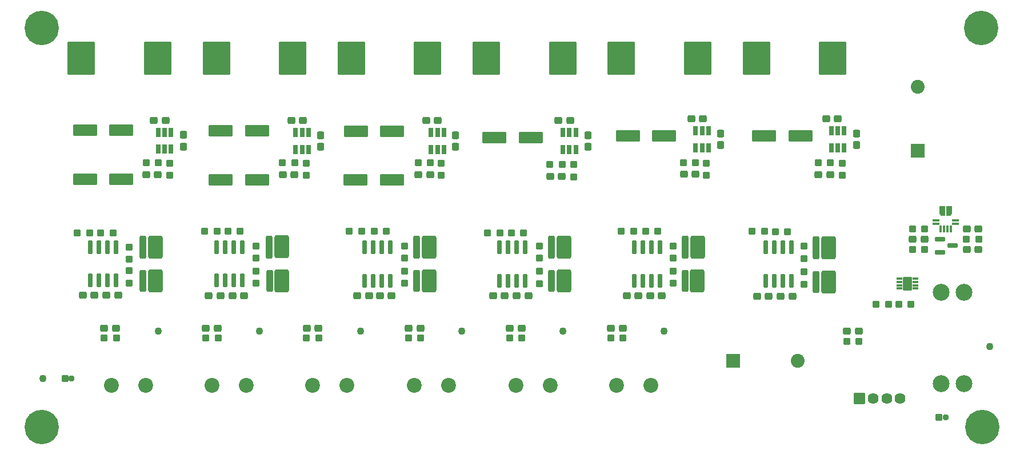
<source format=gbr>
%TF.GenerationSoftware,KiCad,Pcbnew,8.0.6*%
%TF.CreationDate,2025-03-19T11:29:43+02:00*%
%TF.ProjectId,UPD_PCB,5550445f-5043-4422-9e6b-696361645f70,1.1*%
%TF.SameCoordinates,Original*%
%TF.FileFunction,Soldermask,Top*%
%TF.FilePolarity,Negative*%
%FSLAX46Y46*%
G04 Gerber Fmt 4.6, Leading zero omitted, Abs format (unit mm)*
G04 Created by KiCad (PCBNEW 8.0.6) date 2025-03-19 11:29:43*
%MOMM*%
%LPD*%
G01*
G04 APERTURE LIST*
G04 Aperture macros list*
%AMRoundRect*
0 Rectangle with rounded corners*
0 $1 Rounding radius*
0 $2 $3 $4 $5 $6 $7 $8 $9 X,Y pos of 4 corners*
0 Add a 4 corners polygon primitive as box body*
4,1,4,$2,$3,$4,$5,$6,$7,$8,$9,$2,$3,0*
0 Add four circle primitives for the rounded corners*
1,1,$1+$1,$2,$3*
1,1,$1+$1,$4,$5*
1,1,$1+$1,$6,$7*
1,1,$1+$1,$8,$9*
0 Add four rect primitives between the rounded corners*
20,1,$1+$1,$2,$3,$4,$5,0*
20,1,$1+$1,$4,$5,$6,$7,0*
20,1,$1+$1,$6,$7,$8,$9,0*
20,1,$1+$1,$8,$9,$2,$3,0*%
G04 Aperture macros list end*
%ADD10RoundRect,0.262500X-0.275000X-0.262500X0.275000X-0.262500X0.275000X0.262500X-0.275000X0.262500X0*%
%ADD11RoundRect,0.050000X0.400000X-0.150000X0.400000X0.150000X-0.400000X0.150000X-0.400000X-0.150000X0*%
%ADD12RoundRect,0.050000X-0.600000X-0.950000X0.600000X-0.950000X0.600000X0.950000X-0.600000X0.950000X0*%
%ADD13C,2.200000*%
%ADD14RoundRect,0.262500X0.262500X-0.325000X0.262500X0.325000X-0.262500X0.325000X-0.262500X-0.325000X0*%
%ADD15RoundRect,0.262500X-0.262500X0.275000X-0.262500X-0.275000X0.262500X-0.275000X0.262500X0.275000X0*%
%ADD16RoundRect,0.265625X1.534375X0.584375X-1.534375X0.584375X-1.534375X-0.584375X1.534375X-0.584375X0*%
%ADD17RoundRect,0.175000X-0.175000X0.850000X-0.175000X-0.850000X0.175000X-0.850000X0.175000X0.850000X0*%
%ADD18RoundRect,0.050000X0.300000X0.625000X-0.300000X0.625000X-0.300000X-0.625000X0.300000X-0.625000X0*%
%ADD19RoundRect,0.262500X-0.312500X-0.262500X0.312500X-0.262500X0.312500X0.262500X-0.312500X0.262500X0*%
%ADD20C,3.000000*%
%ADD21C,5.100000*%
%ADD22RoundRect,0.262500X0.325000X0.262500X-0.325000X0.262500X-0.325000X-0.262500X0.325000X-0.262500X0*%
%ADD23C,1.100000*%
%ADD24C,2.050000*%
%ADD25RoundRect,0.050000X0.975000X-0.975000X0.975000X0.975000X-0.975000X0.975000X-0.975000X-0.975000X0*%
%ADD26RoundRect,0.050000X0.425000X-0.425000X0.425000X0.425000X-0.425000X0.425000X-0.425000X-0.425000X0*%
%ADD27O,0.950000X0.950000*%
%ADD28RoundRect,0.262500X-0.325000X-0.262500X0.325000X-0.262500X0.325000X0.262500X-0.325000X0.262500X0*%
%ADD29RoundRect,0.050000X-0.400000X0.535000X-0.400000X-0.535000X0.400000X-0.535000X0.400000X0.535000X0*%
%ADD30RoundRect,0.050000X-0.199970X0.000000X0.000000X-0.199970X0.199970X0.000000X0.000000X0.199970X0*%
%ADD31RoundRect,0.050000X-0.300000X0.100000X-0.300000X-0.100000X0.300000X-0.100000X0.300000X0.100000X0*%
%ADD32RoundRect,0.050000X-0.425000X0.150000X-0.425000X-0.150000X0.425000X-0.150000X0.425000X0.150000X0*%
%ADD33RoundRect,0.050000X-0.150000X0.425000X-0.150000X-0.425000X0.150000X-0.425000X0.150000X0.425000X0*%
%ADD34RoundRect,0.262500X0.275000X0.262500X-0.275000X0.262500X-0.275000X-0.262500X0.275000X-0.262500X0*%
%ADD35RoundRect,0.050000X-0.975000X-0.975000X0.975000X-0.975000X0.975000X0.975000X-0.975000X0.975000X0*%
%ADD36RoundRect,0.255600X-0.809400X1.444400X-0.809400X-1.444400X0.809400X-1.444400X0.809400X1.444400X0*%
%ADD37RoundRect,0.237500X-0.237500X1.477500X-0.237500X-1.477500X0.237500X-1.477500X0.237500X1.477500X0*%
%ADD38RoundRect,0.235000X-0.235000X1.390000X-0.235000X-1.390000X0.235000X-1.390000X0.235000X1.390000X0*%
%ADD39RoundRect,0.050000X1.950000X2.375000X-1.950000X2.375000X-1.950000X-2.375000X1.950000X-2.375000X0*%
%ADD40RoundRect,0.050000X0.762000X-0.762000X0.762000X0.762000X-0.762000X0.762000X-0.762000X-0.762000X0*%
%ADD41C,1.624000*%
%ADD42RoundRect,0.175000X-0.612500X-0.175000X0.612500X-0.175000X0.612500X0.175000X-0.612500X0.175000X0*%
%ADD43C,2.500000*%
G04 APERTURE END LIST*
D10*
%TO.C,R51*%
X142023642Y-99020822D03*
X143848642Y-99020822D03*
%TD*%
D11*
%TO.C,IC1*%
X229875000Y-90174999D03*
X229875000Y-90674999D03*
X229875000Y-91174999D03*
X229875000Y-91674999D03*
X232275000Y-91674999D03*
X232275000Y-91174999D03*
X232275000Y-90674999D03*
X232275000Y-90174999D03*
D12*
X231075000Y-90924999D03*
%TD*%
D13*
%TO.C,J6*%
X128050000Y-106019999D03*
X133130000Y-106019999D03*
%TD*%
D10*
%TO.C,R42*%
X111575000Y-83400000D03*
X113400000Y-83400000D03*
%TD*%
D13*
%TO.C,J5*%
X158050000Y-106020000D03*
X163130000Y-106020000D03*
%TD*%
D14*
%TO.C,C11*%
X164150000Y-70662501D03*
X164150000Y-68937499D03*
%TD*%
D15*
%TO.C,R30*%
X156560000Y-85332499D03*
X156560000Y-87157499D03*
%TD*%
%TO.C,R31*%
X156560000Y-89082500D03*
X156560000Y-90907500D03*
%TD*%
D10*
%TO.C,R46*%
X222087500Y-99500000D03*
X223912500Y-99500000D03*
%TD*%
D16*
%TO.C,C25*%
X175250000Y-69269999D03*
X169850000Y-69269999D03*
%TD*%
D10*
%TO.C,R54*%
X229799999Y-93999999D03*
X231624999Y-93999999D03*
%TD*%
D17*
%TO.C,U3*%
X132550000Y-85520000D03*
X131280000Y-85520000D03*
X130010000Y-85520000D03*
X128740000Y-85520000D03*
X128740000Y-90470000D03*
X130010000Y-90470000D03*
X131280000Y-90470000D03*
X132550000Y-90470000D03*
%TD*%
D18*
%TO.C,Q2*%
X140450000Y-71019998D03*
X141400000Y-71019998D03*
X142350000Y-71019998D03*
X142350000Y-68519998D03*
X141400000Y-68519998D03*
X140450000Y-68519998D03*
%TD*%
D19*
%TO.C,D4*%
X172175001Y-97520000D03*
X173924999Y-97520000D03*
%TD*%
D20*
%TO.C,REF\u002A\u002A*%
X102800000Y-53000000D03*
D21*
X102800000Y-53000000D03*
%TD*%
D13*
%TO.C,J4*%
X173050001Y-106020000D03*
X178130001Y-106020000D03*
%TD*%
D22*
%TO.C,C38*%
X114127501Y-92670000D03*
X112402499Y-92670000D03*
%TD*%
D19*
%TO.C,D7*%
X142061143Y-97530820D03*
X143811141Y-97530820D03*
%TD*%
D23*
%TO.C,TP1*%
X103000000Y-105000000D03*
%TD*%
D10*
%TO.C,R11*%
X178087500Y-73270000D03*
X179912500Y-73270000D03*
%TD*%
D24*
%TO.C,J2*%
X232650000Y-61740001D03*
D25*
X232650000Y-71260001D03*
%TD*%
D16*
%TO.C,C16*%
X195050000Y-69019999D03*
X189650000Y-69019999D03*
%TD*%
D18*
%TO.C,Q6*%
X120050000Y-71000000D03*
X121000000Y-71000000D03*
X121950000Y-71000000D03*
X121950000Y-68500000D03*
X121000000Y-68500000D03*
X120050000Y-68500000D03*
%TD*%
D26*
%TO.C,J3*%
X106250000Y-105000000D03*
D27*
X107250000Y-105000000D03*
%TD*%
D23*
%TO.C,TP7*%
X120050000Y-98020000D03*
%TD*%
D10*
%TO.C,R7*%
X197874999Y-73000000D03*
X199699999Y-73000000D03*
%TD*%
D17*
%TO.C,U4*%
X194455000Y-85545000D03*
X193185000Y-85545000D03*
X191915000Y-85545000D03*
X190645000Y-85545000D03*
X190645000Y-90495000D03*
X191915000Y-90495000D03*
X193185000Y-90495000D03*
X194455000Y-90495000D03*
%TD*%
D15*
%TO.C,R5*%
X201325000Y-73067500D03*
X201325000Y-74892500D03*
%TD*%
%TO.C,R10*%
X121762501Y-73087499D03*
X121762501Y-74912499D03*
%TD*%
D23*
%TO.C,TP2*%
X195050000Y-98020000D03*
%TD*%
D15*
%TO.C,R29*%
X196345000Y-89082500D03*
X196345000Y-90907500D03*
%TD*%
D28*
%TO.C,C15*%
X159787498Y-66769999D03*
X161512500Y-66769999D03*
%TD*%
%TO.C,C24*%
X119437499Y-66750000D03*
X121162501Y-66750000D03*
%TD*%
D17*
%TO.C,U7*%
X174455000Y-85545000D03*
X173185000Y-85545000D03*
X171915000Y-85545000D03*
X170645000Y-85545000D03*
X170645000Y-90495000D03*
X171915000Y-90495000D03*
X173185000Y-90495000D03*
X174455000Y-90495000D03*
%TD*%
D19*
%TO.C,D5*%
X157175001Y-97519999D03*
X158924999Y-97519999D03*
%TD*%
D14*
%TO.C,C2*%
X144150000Y-70632499D03*
X144150000Y-68907497D03*
%TD*%
D29*
%TO.C,U1*%
X237249999Y-80050000D03*
D30*
X237450000Y-80585000D03*
D31*
X237150000Y-80685000D03*
D29*
X236250001Y-80050000D03*
D30*
X236050000Y-80585000D03*
D31*
X236350000Y-80685000D03*
D32*
X235300000Y-81600000D03*
X235300000Y-82100000D03*
D33*
X236000000Y-82800000D03*
X236500000Y-82800000D03*
X237000000Y-82800000D03*
X237500000Y-82800000D03*
D32*
X238200000Y-82100000D03*
X238200000Y-81600000D03*
%TD*%
D15*
%TO.C,R17*%
X134555000Y-85337500D03*
X134555000Y-87162500D03*
%TD*%
D16*
%TO.C,C8*%
X134700000Y-75520000D03*
X129300000Y-75520000D03*
%TD*%
D19*
%TO.C,D3*%
X187175001Y-97520000D03*
X188924999Y-97520000D03*
%TD*%
D10*
%TO.C,R20*%
X231837499Y-82870000D03*
X233662499Y-82870000D03*
%TD*%
D22*
%TO.C,C4*%
X140262501Y-74769999D03*
X138537499Y-74769999D03*
%TD*%
D34*
%TO.C,R34*%
X190512500Y-83200000D03*
X188687500Y-83200000D03*
%TD*%
D15*
%TO.C,R2*%
X142000000Y-73087500D03*
X142000000Y-74912500D03*
%TD*%
D35*
%TO.C,J10*%
X205290000Y-102370000D03*
D24*
X214810000Y-102370000D03*
%TD*%
D23*
%TO.C,TP5*%
X150050000Y-98020000D03*
%TD*%
D15*
%TO.C,R18*%
X134555001Y-89087499D03*
X134555001Y-90912499D03*
%TD*%
%TO.C,R41*%
X176550000Y-89107500D03*
X176550000Y-90932500D03*
%TD*%
D10*
%TO.C,R52*%
X112050000Y-99019999D03*
X113875000Y-99019999D03*
%TD*%
D34*
%TO.C,R53*%
X228262500Y-94000000D03*
X226437500Y-94000000D03*
%TD*%
D15*
%TO.C,R9*%
X181600001Y-73287500D03*
X181600001Y-75112500D03*
%TD*%
D14*
%TO.C,C19*%
X183750000Y-70632501D03*
X183750000Y-68907499D03*
%TD*%
D22*
%TO.C,C35*%
X154672502Y-92744999D03*
X152947500Y-92744999D03*
%TD*%
D36*
%TO.C,R36*%
X119650000Y-85500000D03*
D37*
X117790000Y-85515000D03*
D38*
X117795000Y-90555000D03*
D36*
X119635000Y-90540000D03*
%TD*%
D15*
%TO.C,R38*%
X115765000Y-85507500D03*
X115765000Y-87332500D03*
%TD*%
D10*
%TO.C,R19*%
X239837499Y-84369999D03*
X241662499Y-84369999D03*
%TD*%
D39*
%TO.C,L2*%
X140000000Y-57500000D03*
X128700000Y-57500000D03*
%TD*%
D16*
%TO.C,C26*%
X114625001Y-68200000D03*
X109225001Y-68200000D03*
%TD*%
D10*
%TO.C,R22*%
X130400000Y-83200000D03*
X132225000Y-83200000D03*
%TD*%
D16*
%TO.C,C17*%
X154750000Y-68370000D03*
X149350000Y-68370000D03*
%TD*%
D15*
%TO.C,R1*%
X221400000Y-73087499D03*
X221400000Y-74912499D03*
%TD*%
%TO.C,R39*%
X115765000Y-89007500D03*
X115765000Y-90832500D03*
%TD*%
D22*
%TO.C,C28*%
X214050000Y-92795000D03*
X212324998Y-92795000D03*
%TD*%
D23*
%TO.C,TP6*%
X165050000Y-98020000D03*
%TD*%
D36*
%TO.C,R37*%
X180185000Y-85515000D03*
D37*
X178325000Y-85530000D03*
D38*
X178330000Y-90570000D03*
D36*
X180170000Y-90555000D03*
%TD*%
%TO.C,R26*%
X199980000Y-85515000D03*
D37*
X198120000Y-85530000D03*
D38*
X198125000Y-90570000D03*
D36*
X199965000Y-90555000D03*
%TD*%
D22*
%TO.C,C21*%
X179887503Y-75020000D03*
X178162501Y-75020000D03*
%TD*%
D40*
%TO.C,J11*%
X224000000Y-108000000D03*
D41*
X226000001Y-108000000D03*
X228000000Y-108000000D03*
X230000000Y-108000000D03*
%TD*%
D34*
%TO.C,R24*%
X209912500Y-83200000D03*
X208087500Y-83200000D03*
%TD*%
D39*
%TO.C,L5*%
X180000000Y-57499999D03*
X168700000Y-57499999D03*
%TD*%
D22*
%TO.C,C41*%
X171412501Y-92770000D03*
X169687499Y-92770000D03*
%TD*%
%TO.C,C33*%
X129280002Y-92750000D03*
X127555000Y-92750000D03*
%TD*%
D36*
%TO.C,R27*%
X160195000Y-85515000D03*
D37*
X158335000Y-85530000D03*
D38*
X158340000Y-90570000D03*
D36*
X160180000Y-90555000D03*
%TD*%
D19*
%TO.C,D1*%
X231875000Y-84369999D03*
X233624998Y-84369999D03*
%TD*%
D14*
%TO.C,C20*%
X123800001Y-70612501D03*
X123800001Y-68887499D03*
%TD*%
D34*
%TO.C,R35*%
X150200000Y-83200000D03*
X148375000Y-83200000D03*
%TD*%
D15*
%TO.C,R16*%
X215800000Y-89219999D03*
X215800000Y-91044999D03*
%TD*%
D10*
%TO.C,R12*%
X118300000Y-73000000D03*
X120125000Y-73000000D03*
%TD*%
D22*
%TO.C,C34*%
X194707502Y-92744999D03*
X192982500Y-92744999D03*
%TD*%
%TO.C,C40*%
X110627501Y-92669999D03*
X108902499Y-92669999D03*
%TD*%
D23*
%TO.C,TP3*%
X135050000Y-98020000D03*
%TD*%
D28*
%TO.C,C6*%
X139787499Y-66770000D03*
X141512501Y-66770000D03*
%TD*%
D10*
%TO.C,R4*%
X138487500Y-73020000D03*
X140312500Y-73020000D03*
%TD*%
D15*
%TO.C,R28*%
X196345001Y-85332499D03*
X196345001Y-87157499D03*
%TD*%
D19*
%TO.C,D2*%
X222125001Y-98000000D03*
X223874999Y-98000000D03*
%TD*%
D10*
%TO.C,R21*%
X211521716Y-83230363D03*
X213346716Y-83230363D03*
%TD*%
%TO.C,R23*%
X231837501Y-85870000D03*
X233662501Y-85870000D03*
%TD*%
D20*
%TO.C,REF\u002A\u002A*%
X242200000Y-112200000D03*
D21*
X242200000Y-112200000D03*
%TD*%
D16*
%TO.C,C18*%
X154700000Y-75520000D03*
X149300000Y-75520000D03*
%TD*%
D34*
%TO.C,R25*%
X128800000Y-83200000D03*
X126975000Y-83200000D03*
%TD*%
D13*
%TO.C,J7*%
X142920000Y-106020000D03*
X148000000Y-106020000D03*
%TD*%
D15*
%TO.C,R6*%
X162000000Y-73087500D03*
X162000000Y-74912500D03*
%TD*%
D28*
%TO.C,C14*%
X199050000Y-66520000D03*
X200775002Y-66520000D03*
%TD*%
D20*
%TO.C,REF\u002A\u002A*%
X102800000Y-112200000D03*
D21*
X102800000Y-112200000D03*
%TD*%
D10*
%TO.C,R47*%
X187137500Y-99020000D03*
X188962500Y-99020000D03*
%TD*%
D22*
%TO.C,C12*%
X199675002Y-74700000D03*
X197950000Y-74700000D03*
%TD*%
%TO.C,C3*%
X219625002Y-74770000D03*
X217900000Y-74770000D03*
%TD*%
D18*
%TO.C,Q3*%
X199712501Y-70769999D03*
X200662501Y-70769999D03*
X201612501Y-70769999D03*
X201612501Y-68269999D03*
X200662501Y-68269999D03*
X199712501Y-68269999D03*
%TD*%
D22*
%TO.C,C37*%
X151310000Y-92744999D03*
X149584998Y-92744999D03*
%TD*%
D18*
%TO.C,Q4*%
X160500000Y-71019998D03*
X161450000Y-71019998D03*
X162400000Y-71019998D03*
X162400000Y-68519998D03*
X161450000Y-68519998D03*
X160500000Y-68519998D03*
%TD*%
D10*
%TO.C,R49*%
X157137500Y-99019999D03*
X158962500Y-99019999D03*
%TD*%
%TO.C,R32*%
X192287500Y-83200000D03*
X194112500Y-83200000D03*
%TD*%
D36*
%TO.C,R13*%
X219435000Y-85625000D03*
D37*
X217575000Y-85640000D03*
D38*
X217580000Y-90680000D03*
D36*
X219420000Y-90665000D03*
%TD*%
%TO.C,R14*%
X138415000Y-85490000D03*
D37*
X136555000Y-85505000D03*
D38*
X136560000Y-90545000D03*
D36*
X138400000Y-90530000D03*
%TD*%
D26*
%TO.C,J12*%
X235750001Y-110750000D03*
D27*
X236750001Y-110750000D03*
%TD*%
D16*
%TO.C,C27*%
X114625001Y-75450000D03*
X109225001Y-75450000D03*
%TD*%
D23*
%TO.C,TP8*%
X243250000Y-100250000D03*
%TD*%
D39*
%TO.C,L6*%
X120000001Y-57500000D03*
X108700001Y-57500000D03*
%TD*%
D10*
%TO.C,R43*%
X172375000Y-83400000D03*
X174200000Y-83400000D03*
%TD*%
%TO.C,R8*%
X158575000Y-73019998D03*
X160400000Y-73019998D03*
%TD*%
D15*
%TO.C,R40*%
X176550000Y-85357500D03*
X176550000Y-87182500D03*
%TD*%
D22*
%TO.C,C39*%
X174912501Y-92770000D03*
X173187499Y-92770000D03*
%TD*%
D17*
%TO.C,U5*%
X154455001Y-85544999D03*
X153185001Y-85544999D03*
X151915001Y-85544999D03*
X150645001Y-85544999D03*
X150645001Y-90494999D03*
X151915001Y-90494999D03*
X153185001Y-90494999D03*
X154455001Y-90494999D03*
%TD*%
D23*
%TO.C,TP4*%
X180050000Y-98020000D03*
%TD*%
D16*
%TO.C,C9*%
X134700000Y-68270000D03*
X129300000Y-68270000D03*
%TD*%
D34*
%TO.C,R45*%
X170712500Y-83400000D03*
X168887500Y-83400000D03*
%TD*%
D22*
%TO.C,C36*%
X191207501Y-92745000D03*
X189482499Y-92745000D03*
%TD*%
D42*
%TO.C,Q7*%
X235874998Y-84370000D03*
X235874998Y-86270000D03*
X237749999Y-85320000D03*
%TD*%
D22*
%TO.C,C29*%
X132780003Y-92750000D03*
X131055001Y-92750000D03*
%TD*%
D28*
%TO.C,C30*%
X239887498Y-82870000D03*
X241612500Y-82870000D03*
%TD*%
D18*
%TO.C,Q1*%
X219825003Y-70769999D03*
X220775003Y-70769999D03*
X221725003Y-70769999D03*
X221725003Y-68269999D03*
X220775003Y-68269999D03*
X219825003Y-68269999D03*
%TD*%
D39*
%TO.C,L3*%
X200000000Y-57500000D03*
X188700000Y-57500000D03*
%TD*%
D22*
%TO.C,C32*%
X210550000Y-92795000D03*
X208824998Y-92795000D03*
%TD*%
D20*
%TO.C,REF\u002A\u002A*%
X242000000Y-53000000D03*
D21*
X242000000Y-53000000D03*
%TD*%
D13*
%TO.C,J8*%
X113120001Y-106020000D03*
X118200001Y-106020000D03*
%TD*%
D34*
%TO.C,R44*%
X109912500Y-83400000D03*
X108087500Y-83400000D03*
%TD*%
D22*
%TO.C,C31*%
X241612500Y-85870000D03*
X239887498Y-85870000D03*
%TD*%
D10*
%TO.C,R33*%
X152087500Y-83200000D03*
X153912500Y-83200000D03*
%TD*%
%TO.C,R3*%
X217862503Y-73020000D03*
X219687503Y-73020000D03*
%TD*%
D14*
%TO.C,C10*%
X203412500Y-70382501D03*
X203412500Y-68657499D03*
%TD*%
D18*
%TO.C,Q5*%
X180050000Y-71019999D03*
X181000000Y-71019999D03*
X181950000Y-71019999D03*
X181950000Y-68519999D03*
X181000000Y-68519999D03*
X180050000Y-68519999D03*
%TD*%
D39*
%TO.C,L4*%
X160000000Y-57500000D03*
X148700000Y-57500000D03*
%TD*%
D14*
%TO.C,C1*%
X223525002Y-70382502D03*
X223525002Y-68657500D03*
%TD*%
D10*
%TO.C,R50*%
X127114617Y-99026393D03*
X128939617Y-99026393D03*
%TD*%
D39*
%TO.C,L1*%
X220000000Y-57500000D03*
X208700000Y-57500000D03*
%TD*%
D16*
%TO.C,C7*%
X215250001Y-69020000D03*
X209850001Y-69020000D03*
%TD*%
D19*
%TO.C,D8*%
X112087501Y-97519999D03*
X113837499Y-97519999D03*
%TD*%
D28*
%TO.C,C5*%
X219050000Y-66520000D03*
X220775002Y-66520000D03*
%TD*%
%TO.C,C23*%
X179387500Y-66770000D03*
X181112502Y-66770000D03*
%TD*%
D13*
%TO.C,J9*%
X187970000Y-106020000D03*
X193050000Y-106020000D03*
%TD*%
D19*
%TO.C,D6*%
X127152118Y-97526393D03*
X128902116Y-97526393D03*
%TD*%
D22*
%TO.C,C13*%
X160350001Y-74770000D03*
X158624999Y-74770000D03*
%TD*%
D17*
%TO.C,U2*%
X213860000Y-85570001D03*
X212590000Y-85570001D03*
X211320000Y-85570001D03*
X210050000Y-85570001D03*
X210050000Y-90520001D03*
X211320000Y-90520001D03*
X212590000Y-90520001D03*
X213860000Y-90520001D03*
%TD*%
D10*
%TO.C,R48*%
X172137500Y-99020000D03*
X173962500Y-99020000D03*
%TD*%
D15*
%TO.C,R15*%
X215800000Y-85382500D03*
X215800000Y-87207500D03*
%TD*%
D17*
%TO.C,U6*%
X113820000Y-85520000D03*
X112550000Y-85520000D03*
X111280000Y-85520000D03*
X110010000Y-85520000D03*
X110010000Y-90470000D03*
X111280000Y-90470000D03*
X112550000Y-90470000D03*
X113820000Y-90470000D03*
%TD*%
D43*
%TO.C,J1*%
X239500000Y-92265000D03*
X239500000Y-105735000D03*
X236100000Y-92265000D03*
X236100000Y-105735000D03*
%TD*%
D22*
%TO.C,C22*%
X120037503Y-74750000D03*
X118312501Y-74750000D03*
%TD*%
M02*

</source>
